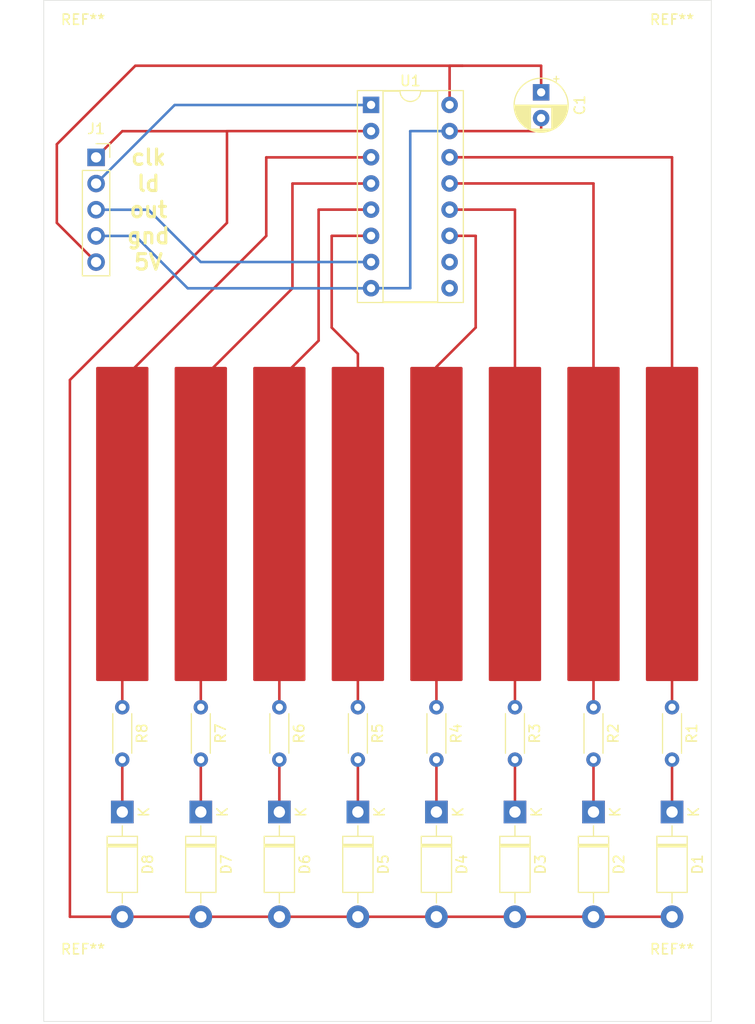
<source format=kicad_pcb>
(kicad_pcb (version 20211014) (generator pcbnew)
  (layers (0 "F.Cu" signal) (31 "B.Cu" signal) (34 "B.Paste" user) (35 "F.Paste" user) (36 "B.SilkS" user "B.Silkscreen") (37 "F.SilkS" user "F.Silkscreen") (38 "B.Mask" user) (39 "F.Mask" user) (44 "Edge.Cuts" user))
  (net 0 "")
  (net 1 "GND")
  (net 2 "Net-(D1-Pad1)")
  (net 3 "clk")
  (net 4 "ld")
  (net 5 "Net-(D2-Pad1)")
  (net 6 "Net-(D3-Pad1)")
  (net 7 "Net-(D4-Pad1)")
  (net 8 "Net-(D5-Pad1)")
  (net 9 "Net-(D6-Pad1)")
  (net 10 "Net-(D7-Pad1)")
  (net 12 "Net-(D8-Pad1)")
  (net 13 "out")
  (net 15 "VCC")
  (net 16 "p1")
  (net 17 "p2")
  (net 18 "p3")
  (net 19 "p4")
  (net 20 "p5")
  (net 21 "p6")
  (net 22 "p7")
  (net 23 "p8")
  (footprint "Connector_PinSocket_2.54mm:PinSocket_1x05_P2.54mm_Vertical" (layer "F.Cu") (at 116.84 39.37)
    (fp_text reference "J1" (at 0 -2.77) (layer "F.SilkS"))
    (fp_text value "Conn_01x05")
    (fp_line (start -1.33 11.49) (end 1.33 11.49) (layer "F.SilkS") (width 0.12))
    (fp_line (start 1.33 1.27) (end 1.33 11.49) (layer "F.SilkS") (width 0.12))
    (fp_line (start -1.33 1.27) (end 1.33 1.27) (layer "F.SilkS") (width 0.12))
    (fp_line (start -1.33 1.27) (end -1.33 11.49) (layer "F.SilkS") (width 0.12))
    (fp_line (start 1.33 -1.33) (end 1.33 0) (layer "F.SilkS") (width 0.12))
    (fp_line (start 0 -1.33) (end 1.33 -1.33) (layer "F.SilkS") (width 0.12))
    (pad "1" thru_hole rect (at 0 0) (size 1.7 1.7) (drill 1) (layers *.Cu *.Mask) (net 3 "clk"))
    (pad "2" thru_hole oval (at 0 2.54) (size 1.7 1.7) (drill 1) (layers *.Cu *.Mask) (net 4 "ld"))
    (pad "3" thru_hole oval (at 0 5.08) (size 1.7 1.7) (drill 1) (layers *.Cu *.Mask) (net 13 "out"))
    (pad "4" thru_hole oval (at 0 7.62) (size 1.7 1.7) (drill 1) (layers *.Cu *.Mask) (net 1 "GND"))
    (pad "5" thru_hole oval (at 0 10.16) (size 1.7 1.7) (drill 1) (layers *.Cu *.Mask) (net 15 "VCC"))
  )
  (footprint "MountingHole:MountingHole_2.1mm" (layer "F.Cu") (at 172.72 29.21)
    (fp_text reference "REF**" (at 0 -3.2) (layer "F.SilkS"))
    (fp_text value "MountingHole_2.1mm")
    (pad "" np_thru_hole circle (at 0 0) (size 2.1 2.1) (drill 2.1) (layers *.Cu *.Mask))
  )
  (footprint "Resistor_THT:R_Axial_DIN0204_L3.6mm_D1.6mm_P5.08mm_Horizontal" (layer "F.Cu") (at 149.86 92.71 -90)
    (fp_text reference "R4" (at 2.54 -1.92 90) (layer "F.SilkS"))
    (fp_text value "10Meg")
    (fp_line (start 0.62 0.92) (end 4.46 0.92) (layer "F.SilkS") (width 0.12))
    (fp_line (start 0.62 -0.92) (end 4.46 -0.92) (layer "F.SilkS") (width 0.12))
    (pad "1" thru_hole circle (at 0 0 270) (size 1.4 1.4) (drill 0.7) (layers *.Cu *.Mask) (net 19 "p4"))
    (pad "2" thru_hole oval (at 5.08 0 270) (size 1.4 1.4) (drill 0.7) (layers *.Cu *.Mask) (net 7 "Net-(D4-Pad1)"))
  )
  (footprint "MountingHole:MountingHole_2.1mm" (layer "F.Cu") (at 115.57 119.38)
    (fp_text reference "REF**" (at 0 -3.2) (layer "F.SilkS"))
    (fp_text value "MountingHole_2.1mm")
    (pad "" np_thru_hole circle (at 0 0) (size 2.1 2.1) (drill 2.1) (layers *.Cu *.Mask))
  )
  (footprint "Diode_THT:D_DO-41_SOD81_P10.16mm_Horizontal" (layer "F.Cu") (at 127 102.87 -90)
    (fp_text reference "D7" (at 5.08 -2.47 90) (layer "F.SilkS"))
    (fp_text value "1N4001")
    (fp_text user "K" (at 0 -2.1 90) (layer "F.SilkS"))
    (fp_line (start 3.38 -1.47) (end 3.38 1.47) (layer "F.SilkS") (width 0.12))
    (fp_line (start 2.36 1.47) (end 7.8 1.47) (layer "F.SilkS") (width 0.12))
    (fp_line (start 3.26 -1.47) (end 3.26 1.47) (layer "F.SilkS") (width 0.12))
    (fp_line (start 3.14 -1.47) (end 3.14 1.47) (layer "F.SilkS") (width 0.12))
    (fp_line (start 2.36 -1.47) (end 2.36 1.47) (layer "F.SilkS") (width 0.12))
    (fp_line (start 7.8 1.47) (end 7.8 -1.47) (layer "F.SilkS") (width 0.12))
    (fp_line (start 8.82 0) (end 7.8 0) (layer "F.SilkS") (width 0.12))
    (fp_line (start 7.8 -1.47) (end 2.36 -1.47) (layer "F.SilkS") (width 0.12))
    (fp_line (start 1.34 0) (end 2.36 0) (layer "F.SilkS") (width 0.12))
    (pad "1" thru_hole rect (at 0 0 270) (size 2.2 2.2) (drill 1.1) (layers *.Cu *.Mask) (net 10 "Net-(D7-Pad1)"))
    (pad "2" thru_hole oval (at 10.16 0 270) (size 2.2 2.2) (drill 1.1) (layers *.Cu *.Mask) (net 3 "clk"))
  )
  (footprint "Diode_THT:D_DO-41_SOD81_P10.16mm_Horizontal" (layer "F.Cu") (at 165.1 102.87 -90)
    (fp_text reference "D2" (at 5.08 -2.47 90) (layer "F.SilkS"))
    (fp_text value "1N4001")
    (fp_text user "K" (at 0 -2.1 90) (layer "F.SilkS"))
    (fp_line (start 3.14 -1.47) (end 3.14 1.47) (layer "F.SilkS") (width 0.12))
    (fp_line (start 2.36 -1.47) (end 2.36 1.47) (layer "F.SilkS") (width 0.12))
    (fp_line (start 7.8 1.47) (end 7.8 -1.47) (layer "F.SilkS") (width 0.12))
    (fp_line (start 7.8 -1.47) (end 2.36 -1.47) (layer "F.SilkS") (width 0.12))
    (fp_line (start 1.34 0) (end 2.36 0) (layer "F.SilkS") (width 0.12))
    (fp_line (start 3.38 -1.47) (end 3.38 1.47) (layer "F.SilkS") (width 0.12))
    (fp_line (start 8.82 0) (end 7.8 0) (layer "F.SilkS") (width 0.12))
    (fp_line (start 2.36 1.47) (end 7.8 1.47) (layer "F.SilkS") (width 0.12))
    (fp_line (start 3.26 -1.47) (end 3.26 1.47) (layer "F.SilkS") (width 0.12))
    (pad "1" thru_hole rect (at 0 0 270) (size 2.2 2.2) (drill 1.1) (layers *.Cu *.Mask) (net 5 "Net-(D2-Pad1)"))
    (pad "2" thru_hole oval (at 10.16 0 270) (size 2.2 2.2) (drill 1.1) (layers *.Cu *.Mask) (net 3 "clk"))
  )
  (footprint "Resistor_THT:R_Axial_DIN0204_L3.6mm_D1.6mm_P5.08mm_Horizontal" (layer "F.Cu") (at 172.72 92.71 -90)
    (fp_text reference "R1" (at 2.54 -1.92 90) (layer "F.SilkS"))
    (fp_text value "10Meg")
    (fp_line (start 0.62 0.92) (end 4.46 0.92) (layer "F.SilkS") (width 0.12))
    (fp_line (start 0.62 -0.92) (end 4.46 -0.92) (layer "F.SilkS") (width 0.12))
    (pad "1" thru_hole circle (at 0 0 270) (size 1.4 1.4) (drill 0.7) (layers *.Cu *.Mask) (net 16 "p1"))
    (pad "2" thru_hole oval (at 5.08 0 270) (size 1.4 1.4) (drill 0.7) (layers *.Cu *.Mask) (net 2 "Net-(D1-Pad1)"))
  )
  (footprint "Diode_THT:D_DO-41_SOD81_P10.16mm_Horizontal" (layer "F.Cu") (at 119.38 102.87 -90)
    (fp_text reference "D8" (at 5.08 -2.47 90) (layer "F.SilkS"))
    (fp_text value "1N4001")
    (fp_text user "K" (at 0 -2.1 90) (layer "F.SilkS"))
    (fp_line (start 7.8 1.47) (end 7.8 -1.47) (layer "F.SilkS") (width 0.12))
    (fp_line (start 3.14 -1.47) (end 3.14 1.47) (layer "F.SilkS") (width 0.12))
    (fp_line (start 8.82 0) (end 7.8 0) (layer "F.SilkS") (width 0.12))
    (fp_line (start 7.8 -1.47) (end 2.36 -1.47) (layer "F.SilkS") (width 0.12))
    (fp_line (start 2.36 1.47) (end 7.8 1.47) (layer "F.SilkS") (width 0.12))
    (fp_line (start 3.26 -1.47) (end 3.26 1.47) (layer "F.SilkS") (width 0.12))
    (fp_line (start 2.36 -1.47) (end 2.36 1.47) (layer "F.SilkS") (width 0.12))
    (fp_line (start 3.38 -1.47) (end 3.38 1.47) (layer "F.SilkS") (width 0.12))
    (fp_line (start 1.34 0) (end 2.36 0) (layer "F.SilkS") (width 0.12))
    (pad "1" thru_hole rect (at 0 0 270) (size 2.2 2.2) (drill 1.1) (layers *.Cu *.Mask) (net 12 "Net-(D8-Pad1)"))
    (pad "2" thru_hole oval (at 10.16 0 270) (size 2.2 2.2) (drill 1.1) (layers *.Cu *.Mask) (net 3 "clk"))
  )
  (footprint "Package_DIP:DIP-16_W7.62mm_Socket" (layer "F.Cu") (at 143.52 34.28)
    (fp_text reference "U1" (at 3.81 -2.33) (layer "F.SilkS"))
    (fp_text value "74HC165")
    (fp_line (start -1.33 -1.39) (end -1.33 19.17) (layer "F.SilkS") (width 0.12))
    (fp_line (start 8.95 19.17) (end 8.95 -1.39) (layer "F.SilkS") (width 0.12))
    (fp_line (start 1.16 -1.33) (end 1.16 19.11) (layer "F.SilkS") (width 0.12))
    (fp_line (start 6.46 -1.33) (end 4.81 -1.33) (layer "F.SilkS") (width 0.12))
    (fp_line (start 1.16 19.11) (end 6.46 19.11) (layer "F.SilkS") (width 0.12))
    (fp_line (start 2.81 -1.33) (end 1.16 -1.33) (layer "F.SilkS") (width 0.12))
    (fp_line (start 6.46 19.11) (end 6.46 -1.33) (layer "F.SilkS") (width 0.12))
    (fp_line (start -1.33 19.17) (end 8.95 19.17) (layer "F.SilkS") (width 0.12))
    (fp_line (start 8.95 -1.39) (end -1.33 -1.39) (layer "F.SilkS") (width 0.12))
    (fp_arc (start 4.81 -1.33) (mid 3.81 -0.33) (end 2.81 -1.33) (layer "F.SilkS") (width 0.12))
    (pad "1" thru_hole rect (at 0 0) (size 1.6 1.6) (drill 0.8) (layers *.Cu *.Mask) (net 4 "ld"))
    (pad "2" thru_hole oval (at 0 2.54) (size 1.6 1.6) (drill 0.8) (layers *.Cu *.Mask) (net 3 "clk"))
    (pad "3" thru_hole oval (at 0 5.08) (size 1.6 1.6) (drill 0.8) (layers *.Cu *.Mask) (net 23 "p8"))
    (pad "4" thru_hole oval (at 0 7.62) (size 1.6 1.6) (drill 0.8) (layers *.Cu *.Mask) (net 22 "p7"))
    (pad "5" thru_hole oval (at 0 10.16) (size 1.6 1.6) (drill 0.8) (layers *.Cu *.Mask) (net 21 "p6"))
    (pad "6" thru_hole oval (at 0 12.7) (size 1.6 1.6) (drill 0.8) (layers *.Cu *.Mask) (net 20 "p5"))
    (pad "7" thru_hole oval (at 0 15.24) (size 1.6 1.6) (drill 0.8) (layers *.Cu *.Mask) (net 13 "out"))
    (pad "8" thru_hole oval (at 0 17.78) (size 1.6 1.6) (drill 0.8) (layers *.Cu *.Mask) (net 1 "GND"))
    (pad "9" thru_hole oval (at 7.62 17.78) (size 1.6 1.6) (drill 0.8) (layers *.Cu *.Mask))
    (pad "10" thru_hole oval (at 7.62 15.24) (size 1.6 1.6) (drill 0.8) (layers *.Cu *.Mask))
    (pad "11" thru_hole oval (at 7.62 12.7) (size 1.6 1.6) (drill 0.8) (layers *.Cu *.Mask) (net 19 "p4"))
    (pad "12" thru_hole oval (at 7.62 10.16) (size 1.6 1.6) (drill 0.8) (layers *.Cu *.Mask) (net 18 "p3"))
    (pad "13" thru_hole oval (at 7.62 7.62) (size 1.6 1.6) (drill 0.8) (layers *.Cu *.Mask) (net 17 "p2"))
    (pad "14" thru_hole oval (at 7.62 5.08) (size 1.6 1.6) (drill 0.8) (layers *.Cu *.Mask) (net 16 "p1"))
    (pad "15" thru_hole oval (at 7.62 2.54) (size 1.6 1.6) (drill 0.8) (layers *.Cu *.Mask) (net 1 "GND"))
    (pad "16" thru_hole oval (at 7.62 0) (size 1.6 1.6) (drill 0.8) (layers *.Cu *.Mask) (net 15 "VCC"))
  )
  (footprint "Resistor_THT:R_Axial_DIN0204_L3.6mm_D1.6mm_P5.08mm_Horizontal" (layer "F.Cu") (at 165.1 92.71 -90)
    (fp_text reference "R2" (at 2.54 -1.92 90) (layer "F.SilkS"))
    (fp_text value "10Meg")
    (fp_line (start 0.62 -0.92) (end 4.46 -0.92) (layer "F.SilkS") (width 0.12))
    (fp_line (start 0.62 0.92) (end 4.46 0.92) (layer "F.SilkS") (width 0.12))
    (pad "1" thru_hole circle (at 0 0 270) (size 1.4 1.4) (drill 0.7) (layers *.Cu *.Mask) (net 17 "p2"))
    (pad "2" thru_hole oval (at 5.08 0 270) (size 1.4 1.4) (drill 0.7) (layers *.Cu *.Mask) (net 5 "Net-(D2-Pad1)"))
  )
  (footprint "Capacitor_THT:CP_Radial_D5.0mm_P2.50mm" (layer "F.Cu") (at 160.02 33.06 -90)
    (fp_text reference "C1" (at 1.25 -3.75 90) (layer "F.SilkS"))
    (fp_text value "C")
    (fp_line (start 1.69 1.04) (end 1.69 2.543) (layer "F.SilkS") (width 0.12))
    (fp_line (start 1.41 -2.576) (end 1.41 2.576) (layer "F.SilkS") (width 0.12))
    (fp_line (start 2.091 -2.442) (end 2.091 -1.04) (layer "F.SilkS") (width 0.12))
    (fp_line (start 1.85 -2.511) (end 1.85 -1.04) (layer "F.SilkS") (width 0.12))
    (fp_line (start 3.691 -0.915) (end 3.691 0.915) (layer "F.SilkS") (width 0.12))
    (fp_line (start 1.49 1.04) (end 1.49 2.569) (layer "F.SilkS") (width 0.12))
    (fp_line (start 3.451 1.04) (end 3.451 1.383) (layer "F.SilkS") (width 0.12))
    (fp_line (start 3.291 -1.605) (end 3.291 -1.04) (layer "F.SilkS") (width 0.12))
    (fp_line (start 1.93 -2.491) (end 1.93 -1.04) (layer "F.SilkS") (width 0.12))
    (fp_line (start 2.051 -2.455) (end 2.051 -1.04) (layer "F.SilkS") (width 0.12))
    (fp_line (start 1.77 1.04) (end 1.77 2.528) (layer "F.SilkS") (width 0.12))
    (fp_line (start 3.531 1.04) (end 3.531 1.251) (layer "F.SilkS") (width 0.12))
    (fp_line (start 2.651 -2.175) (end 2.651 -1.04) (layer "F.SilkS") (width 0.12))
    (fp_line (start 2.371 -2.329) (end 2.371 -1.04) (layer "F.SilkS") (width 0.12))
    (fp_line (start 3.371 1.04) (end 3.371 1.5) (layer "F.SilkS") (width 0.12))
    (fp_line (start 2.371 1.04) (end 2.371 2.329) (layer "F.SilkS") (width 0.12))
    (fp_line (start 2.931 -1.971) (end 2.931 -1.04) (layer "F.SilkS") (width 0.12))
    (fp_line (start 2.291 1.04) (end 2.291 2.365) (layer "F.SilkS") (width 0.12))
    (fp_line (start 3.731 -0.805) (end 3.731 0.805) (layer "F.SilkS") (width 0.12))
    (fp_line (start 3.491 1.04) (end 3.491 1.319) (layer "F.SilkS") (width 0.12))
    (fp_line (start 3.251 1.04) (end 3.251 1.653) (layer "F.SilkS") (width 0.12))
    (fp_line (start 2.731 1.04) (end 2.731 2.122) (layer "F.SilkS") (width 0.12))
    (fp_line (start 3.091 1.04) (end 3.091 1.826) (layer "F.SilkS") (width 0.12))
    (fp_line (start 3.491 -1.319) (end 3.491 -1.04) (layer "F.SilkS") (width 0.12))
    (fp_line (start 1.33 -2.579) (end 1.33 2.579) (layer "F.SilkS") (width 0.12))
    (fp_line (start 2.531 1.04) (end 2.531 2.247) (layer "F.SilkS") (width 0.12))
    (fp_line (start 2.691 -2.149) (end 2.691 -1.04) (layer "F.SilkS") (width 0.12))
    (fp_line (start 1.85 1.04) (end 1.85 2.511) (layer "F.SilkS") (width 0.12))
    (fp_line (start 3.411 -1.443) (end 3.411 -1.04) (layer "F.SilkS") (width 0.12))
    (fp_line (start 3.291 1.04) (end 3.291 1.605) (layer "F.SilkS") (width 0.12))
    (fp_line (start 2.851 1.04) (end 2.851 2.035) (layer "F.SilkS") (width 0.12))
    (fp_line (start 2.611 -2.2) (end 2.611 -1.04) (layer "F.SilkS") (width 0.12))
    (fp_line (start 3.651 -1.011) (end 3.651 1.011) (layer "F.SilkS") (width 0.12))
    (fp_line (start 2.291 -2.365) (end 2.291 -1.04) (layer "F.SilkS") (width 0.12))
    (fp_line (start 1.37 -2.578) (end 1.37 2.578) (layer "F.SilkS") (width 0.12))
    (fp_line (start 3.051 -1.864) (end 3.051 -1.04) (layer "F.SilkS") (width 0.12))
    (fp_line (start 2.411 1.04) (end 2.411 2.31) (layer "F.SilkS") (width 0.12))
    (fp_line (start 1.29 -2.58) (end 1.29 2.58) (layer "F.SilkS") (width 0.12))
    (fp_line (start 2.411 -2.31) (end 2.411 -1.04) (layer "F.SilkS") (width 0.12))
    (fp_line (start 2.051 1.04) (end 2.051 2.455) (layer "F.SilkS") (width 0.12))
    (fp_line (start 3.371 -1.5) (end 3.371 -1.04) (layer "F.SilkS") (width 0.12))
    (fp_line (start 2.931 1.04) (end 2.931 1.971) (layer "F.SilkS") (width 0.12))
    (fp_line (start 2.131 -2.428) (end 2.131 -1.04) (layer "F.SilkS") (width 0.12))
    (fp_line (start 1.53 -2.565) (end 1.53 -1.04) (layer "F.SilkS") (width 0.12))
    (fp_line (start 3.011 1.04) (end 3.011 1.901) (layer "F.SilkS") (width 0.12))
    (fp_line (start 3.251 -1.653) (end 3.251 -1.04) (layer "F.SilkS") (width 0.12))
    (fp_line (start 2.971 1.04) (end 2.971 1.937) (layer "F.SilkS") (width 0.12))
    (fp_line (start 2.571 1.04) (end 2.571 2.224) (layer "F.SilkS") (width 0.12))
    (fp_line (start 1.57 -2.561) (end 1.57 -1.04) (layer "F.SilkS") (width 0.12))
    (fp_line (start 2.171 -2.414) (end 2.171 -1.04) (layer "F.SilkS") (width 0.12))
    (fp_line (start 1.69 -2.543) (end 1.69 -1.04) (layer "F.SilkS") (width 0.12))
    (fp_line (start 3.851 -0.284) (end 3.851 0.284) (layer "F.SilkS") (width 0.12))
    (fp_line (start 2.531 -2.247) (end 2.531 -1.04) (layer "F.SilkS") (width 0.12))
    (fp_line (start 1.49 -2.569) (end 1.49 -1.04) (layer "F.SilkS") (width 0.12))
    (fp_line (start 2.331 -2.348) (end 2.331 -1.04) (layer "F.SilkS") (width 0.12))
    (fp_line (start 1.65 -2.55) (end 1.65 -1.04) (layer "F.SilkS") (width 0.12))
    (fp_line (start 2.731 -2.122) (end 2.731 -1.04) (layer "F.SilkS") (width 0.12))
    (fp_line (start -1.304775 -1.725) (end -1.304775 -1.225) (layer "F.SilkS") (width 0.12))
    (fp_line (start 2.171 1.04) (end 2.171 2.414) (layer "F.SilkS") (width 0.12))
    (fp_line (start 3.091 -1.826) (end 3.091 -1.04) (layer "F.SilkS") (width 0.12))
    (fp_line (start 2.451 1.04) (end 2.451 2.29) (layer "F.SilkS") (width 0.12))
    (fp_line (start 3.211 -1.699) (end 3.211 -1.04) (layer "F.SilkS") (width 0.12))
    (fp_line (start 1.25 -2.58) (end 1.25 2.58) (layer "F.SilkS") (width 0.12))
    (fp_line (start 1.971 -2.48) (end 1.971 -1.04) (layer "F.SilkS") (width 0.12))
    (fp_line (start 2.891 1.04) (end 2.891 2.004) (layer "F.SilkS") (width 0.12))
    (fp_line (start 3.171 -1.743) (end 3.171 -1.04) (layer "F.SilkS") (width 0.12))
    (fp_line (start 3.451 -1.383) (end 3.451 -1.04) (layer "F.SilkS") (width 0.12))
    (fp_line (start 3.331 1.04) (end 3.331 1.554) (layer "F.SilkS") (width 0.12))
    (fp_line (start 1.57 1.04) (end 1.57 2.561) (layer "F.SilkS") (width 0.12))
    (fp_line (start 3.331 -1.554) (end 3.331 -1.04) (layer "F.SilkS") (width 0.12))
    (fp_line (start 1.77 -2.528) (end 1.77 -1.04) (layer "F.SilkS") (width 0.12))
    (fp_line (start 3.051 1.04) (end 3.051 1.864) (layer "F.SilkS") (width 0.12))
    (fp_line (start 2.011 1.04) (end 2.011 2.468) (layer "F.SilkS") (width 0.12))
    (fp_line (start 3.611 -1.098) (end 3.611 1.098) (layer "F.SilkS") (width 0.12))
    (fp_line (start -1.554775 -1.475) (end -1.054775 -1.475) (layer "F.SilkS") (width 0.12))
    (fp_line (start 3.531 -1.251) (end 3.531 -1.04) (layer "F.SilkS") (width 0.12))
    (fp_line (start 2.811 -2.065) (end 2.811 -1.04) (layer "F.SilkS") (width 0.12))
    (fp_line (start 2.571 -2.224) (end 2.571 -1.04) (layer "F.SilkS") (width 0.12))
    (fp_line (start 2.691 1.04) (end 2.691 2.149) (layer "F.SilkS") (width 0.12))
    (fp_line (start 2.451 -2.29) (end 2.451 -1.04) (layer "F.SilkS") (width 0.12))
    (fp_line (start 3.011 -1.901) (end 3.011 -1.04) (layer "F.SilkS") (width 0.12))
    (fp_line (start 3.131 1.04) (end 3.131 1.785) (layer "F.SilkS") (width 0.12))
    (fp_line (start 3.771 -0.677) (end 3.771 0.677) (layer "F.SilkS") (width 0.12))
    (fp_line (start 2.651 1.04) (end 2.651 2.175) (layer "F.SilkS") (width 0.12))
    (fp_line (start 1.61 -2.556) (end 1.61 -1.04) (layer "F.SilkS") (width 0.12))
    (fp_line (start 2.211 -2.398) (end 2.211 -1.04) (layer "F.SilkS") (width 0.12))
    (fp_line (start 2.611 1.04) (end 2.611 2.2) (layer "F.SilkS") (width 0.12))
    (fp_line (start 3.571 -1.178) (end 3.571 1.178) (layer "F.SilkS") (width 0.12))
    (fp_line (start 1.73 1.04) (end 1.73 2.536) (layer "F.SilkS") (width 0.12))
    (fp_line (start 1.73 -2.536) (end 1.73 -1.04) (layer "F.SilkS") (width 0.12))
    (fp_line (start 3.411 1.04) (end 3.411 1.443) (layer "F.SilkS") (width 0.12))
    (fp_line (start 1.81 -2.52) (end 1.81 -1.04) (layer "F.SilkS") (width 0.12))
    (fp_line (start 2.771 -2.095) (end 2.771 -1.04) (layer "F.SilkS") (width 0.12))
    (fp_line (start 3.811 -0.518) (end 3.811 0.518) (layer "F.SilkS") (width 0.12))
    (fp_line (start 1.45 -2.573) (end 1.45 2.573) (layer "F.SilkS") (width 0.12))
    (fp_line (start 2.491 -2.268) (end 2.491 -1.04) (layer "F.SilkS") (width 0.12))
    (fp_line (start 2.251 -2.382) (end 2.251 -1.04) (layer "F.SilkS") (width 0.12))
    (fp_line (start 2.491 1.04) (end 2.491 2.268) (layer "F.SilkS") (width 0.12))
    (fp_line (start 3.171 1.04) (end 3.171 1.743) (layer "F.SilkS") (width 0.12))
    (fp_line (start 3.131 -1.785) (end 3.131 -1.04) (layer "F.SilkS") (width 0.12))
    (fp_line (start 2.811 1.04) (end 2.811 2.065) (layer "F.SilkS") (width 0.12))
    (fp_line (start 3.211 1.04) (end 3.211 1.699) (layer "F.SilkS") (width 0.12))
    (fp_line (start 1.61 1.04) (end 1.61 2.556) (layer "F.SilkS") (width 0.12))
    (fp_line (start 2.251 1.04) (end 2.251 2.382) (layer "F.SilkS") (width 0.12))
    (fp_line (start 1.971 1.04) (end 1.971 2.48) (layer "F.SilkS") (width 0.12))
    (fp_line (start 2.331 1.04) (end 2.331 2.348) (layer "F.SilkS") (width 0.12))
    (fp_line (start 2.091 1.04) (end 2.091 2.442) (layer "F.SilkS") (width 0.12))
    (fp_line (start 2.131 1.04) (end 2.131 2.428) (layer "F.SilkS") (width 0.12))
    (fp_line (start 1.65 1.04) (end 1.65 2.55) (layer "F.SilkS") (width 0.12))
    (fp_line (start 1.89 1.04) (end 1.89 2.501) (layer "F.SilkS") (width 0.12))
    (fp_line (start 2.011 -2.468) (end 2.011 -1.04) (layer "F.SilkS") (width 0.12))
    (fp_line (start 2.891 -2.004) (end 2.891 -1.04) (layer "F.SilkS") (width 0.12))
    (fp_line (start 1.93 1.04) (end 1.93 2.491) (layer "F.SilkS") (width 0.12))
    (fp_line (start 2.771 1.04) (end 2.771 2.095) (layer "F.SilkS") (width 0.12))
    (fp_line (start 2.971 -1.937) (end 2.971 -1.04) (layer "F.SilkS") (width 0.12))
    (fp_line (start 2.851 -2.035) (end 2.851 -1.04) (layer "F.SilkS") (width 0.12))
    (fp_line (start 2.211 1.04) (end 2.211 2.398) (layer "F.SilkS") (width 0.12))
    (fp_line (start 1.81 1.04) (end 1.81 2.52) (layer "F.SilkS") (width 0.12))
    (fp_line (start 1.53 1.04) (end 1.53 2.565) (layer "F.SilkS") (width 0.12))
    (fp_line (start 1.89 -2.501) (end 1.89 -1.04) (layer "F.SilkS") (width 0.12))
    (fp_circle (center 1.25 0) (end 3.87 0) (layer "F.SilkS") (width 0.12) (fill none))
    (pad "1" thru_hole rect (at 0 0 270) (size 1.6 1.6) (drill 0.8) (layers *.Cu *.Mask) (net 15 "VCC"))
    (pad "2" thru_hole circle (at 2.5 0 270) (size 1.6 1.6) (drill 0.8) (layers *.Cu *.Mask) (net 1 "GND"))
  )
  (footprint "Resistor_THT:R_Axial_DIN0204_L3.6mm_D1.6mm_P5.08mm_Horizontal" (layer "F.Cu") (at 134.62 92.71 -90)
    (fp_text reference "R6" (at 2.54 -1.92 90) (layer "F.SilkS"))
    (fp_text value "10Meg")
    (fp_line (start 0.62 -0.92) (end 4.46 -0.92) (layer "F.SilkS") (width 0.12))
    (fp_line (start 0.62 0.92) (end 4.46 0.92) (layer "F.SilkS") (width 0.12))
    (pad "1" thru_hole circle (at 0 0 270) (size 1.4 1.4) (drill 0.7) (layers *.Cu *.Mask) (net 21 "p6"))
    (pad "2" thru_hole oval (at 5.08 0 270) (size 1.4 1.4) (drill 0.7) (layers *.Cu *.Mask) (net 9 "Net-(D6-Pad1)"))
  )
  (footprint "Diode_THT:D_DO-41_SOD81_P10.16mm_Horizontal" (layer "F.Cu") (at 157.48 102.87 -90)
    (fp_text reference "D3" (at 5.08 -2.47 90) (layer "F.SilkS"))
    (fp_text value "1N4001")
    (fp_text user "K" (at 0 -2.1 90) (layer "F.SilkS"))
    (fp_line (start 7.8 -1.47) (end 2.36 -1.47) (layer "F.SilkS") (width 0.12))
    (fp_line (start 3.38 -1.47) (end 3.38 1.47) (layer "F.SilkS") (width 0.12))
    (fp_line (start 8.82 0) (end 7.8 0) (layer "F.SilkS") (width 0.12))
    (fp_line (start 1.34 0) (end 2.36 0) (layer "F.SilkS") (width 0.12))
    (fp_line (start 7.8 1.47) (end 7.8 -1.47) (layer "F.SilkS") (width 0.12))
    (fp_line (start 3.14 -1.47) (end 3.14 1.47) (layer "F.SilkS") (width 0.12))
    (fp_line (start 3.26 -1.47) (end 3.26 1.47) (layer "F.SilkS") (width 0.12))
    (fp_line (start 2.36 -1.47) (end 2.36 1.47) (layer "F.SilkS") (width 0.12))
    (fp_line (start 2.36 1.47) (end 7.8 1.47) (layer "F.SilkS") (width 0.12))
    (pad "1" thru_hole rect (at 0 0 270) (size 2.2 2.2) (drill 1.1) (layers *.Cu *.Mask) (net 6 "Net-(D3-Pad1)"))
    (pad "2" thru_hole oval (at 10.16 0 270) (size 2.2 2.2) (drill 1.1) (layers *.Cu *.Mask) (net 3 "clk"))
  )
  (footprint "Diode_THT:D_DO-41_SOD81_P10.16mm_Horizontal" (layer "F.Cu") (at 142.24 102.87 -90)
    (fp_text reference "D5" (at 5.08 -2.47 90) (layer "F.SilkS"))
    (fp_text value "1N4001")
    (fp_text user "K" (at 0 -2.1 90) (layer "F.SilkS"))
    (fp_line (start 8.82 0) (end 7.8 0) (layer "F.SilkS") (width 0.12))
    (fp_line (start 3.14 -1.47) (end 3.14 1.47) (layer "F.SilkS") (width 0.12))
    (fp_line (start 7.8 -1.47) (end 2.36 -1.47) (layer "F.SilkS") (width 0.12))
    (fp_line (start 3.38 -1.47) (end 3.38 1.47) (layer "F.SilkS") (width 0.12))
    (fp_line (start 7.8 1.47) (end 7.8 -1.47) (layer "F.SilkS") (width 0.12))
    (fp_line (start 2.36 1.47) (end 7.8 1.47) (layer "F.SilkS") (width 0.12))
    (fp_line (start 2.36 -1.47) (end 2.36 1.47) (layer "F.SilkS") (width 0.12))
    (fp_line (start 3.26 -1.47) (end 3.26 1.47) (layer "F.SilkS") (width 0.12))
    (fp_line (start 1.34 0) (end 2.36 0) (layer "F.SilkS") (width 0.12))
    (pad "1" thru_hole rect (at 0 0 270) (size 2.2 2.2) (drill 1.1) (layers *.Cu *.Mask) (net 8 "Net-(D5-Pad1)"))
    (pad "2" thru_hole oval (at 10.16 0 270) (size 2.2 2.2) (drill 1.1) (layers *.Cu *.Mask) (net 3 "clk"))
  )
  (footprint "Resistor_THT:R_Axial_DIN0204_L3.6mm_D1.6mm_P5.08mm_Horizontal" (layer "F.Cu") (at 142.24 92.71 -90)
    (fp_text reference "R5" (at 2.54 -1.92 90) (layer "F.SilkS"))
    (fp_text value "10Meg")
    (fp_line (start 0.62 -0.92) (end 4.46 -0.92) (layer "F.SilkS") (width 0.12))
    (fp_line (start 0.62 0.92) (end 4.46 0.92) (layer "F.SilkS") (width 0.12))
    (pad "1" thru_hole circle (at 0 0 270) (size 1.4 1.4) (drill 0.7) (layers *.Cu *.Mask) (net 20 "p5"))
    (pad "2" thru_hole oval (at 5.08 0 270) (size 1.4 1.4) (drill 0.7) (layers *.Cu *.Mask) (net 8 "Net-(D5-Pad1)"))
  )
  (footprint "Diode_THT:D_DO-41_SOD81_P10.16mm_Horizontal" (layer "F.Cu") (at 172.72 102.87 -90)
    (fp_text reference "D1" (at 5.08 -2.47 90) (layer "F.SilkS"))
    (fp_text value "1N4001")
    (fp_text user "K" (at 0 -2.1 90) (layer "F.SilkS"))
    (fp_line (start 2.36 1.47) (end 7.8 1.47) (layer "F.SilkS") (width 0.12))
    (fp_line (start 1.34 0) (end 2.36 0) (layer "F.SilkS") (width 0.12))
    (fp_line (start 8.82 0) (end 7.8 0) (layer "F.SilkS") (width 0.12))
    (fp_line (start 3.14 -1.47) (end 3.14 1.47) (layer "F.SilkS") (width 0.12))
    (fp_line (start 3.26 -1.47) (end 3.26 1.47) (layer "F.SilkS") (width 0.12))
    (fp_line (start 7.8 -1.47) (end 2.36 -1.47) (layer "F.SilkS") (width 0.12))
    (fp_line (start 3.38 -1.47) (end 3.38 1.47) (layer "F.SilkS") (width 0.12))
    (fp_line (start 7.8 1.47) (end 7.8 -1.47) (layer "F.SilkS") (width 0.12))
    (fp_line (start 2.36 -1.47) (end 2.36 1.47) (layer "F.SilkS") (width 0.12))
    (pad "1" thru_hole rect (at 0 0 270) (size 2.2 2.2) (drill 1.1) (layers *.Cu *.Mask) (net 2 "Net-(D1-Pad1)"))
    (pad "2" thru_hole oval (at 10.16 0 270) (size 2.2 2.2) (drill 1.1) (layers *.Cu *.Mask) (net 3 "clk"))
  )
  (footprint "Resistor_THT:R_Axial_DIN0204_L3.6mm_D1.6mm_P5.08mm_Horizontal" (layer "F.Cu") (at 119.38 92.71 -90)
    (fp_text reference "R8" (at 2.54 -1.92 90) (layer "F.SilkS"))
    (fp_text value "10Meg")
    (fp_line (start 0.62 -0.92) (end 4.46 -0.92) (layer "F.SilkS") (width 0.12))
    (fp_line (start 0.62 0.92) (end 4.46 0.92) (layer "F.SilkS") (width 0.12))
    (pad "1" thru_hole circle (at 0 0 270) (size 1.4 1.4) (drill 0.7) (layers *.Cu *.Mask) (net 23 "p8"))
    (pad "2" thru_hole oval (at 5.08 0 270) (size 1.4 1.4) (drill 0.7) (layers *.Cu *.Mask) (net 12 "Net-(D8-Pad1)"))
  )
  (footprint "Resistor_THT:R_Axial_DIN0204_L3.6mm_D1.6mm_P5.08mm_Horizontal" (layer "F.Cu") (at 157.48 92.71 -90)
    (fp_text reference "R3" (at 2.54 -1.92 90) (layer "F.SilkS"))
    (fp_text value "10Meg")
    (fp_line (start 0.62 -0.92) (end 4.46 -0.92) (layer "F.SilkS") (width 0.12))
    (fp_line (start 0.62 0.92) (end 4.46 0.92) (layer "F.SilkS") (width 0.12))
    (pad "1" thru_hole circle (at 0 0 270) (size 1.4 1.4) (drill 0.7) (layers *.Cu *.Mask) (net 18 "p3"))
    (pad "2" thru_hole oval (at 5.08 0 270) (size 1.4 1.4) (drill 0.7) (layers *.Cu *.Mask) (net 6 "Net-(D3-Pad1)"))
  )
  (footprint "Resistor_THT:R_Axial_DIN0204_L3.6mm_D1.6mm_P5.08mm_Horizontal" (layer "F.Cu") (at 127 92.71 -90)
    (fp_text reference "R7" (at 2.54 -1.92 90) (layer "F.SilkS"))
    (fp_text value "10Meg")
    (fp_line (start 0.62 -0.92) (end 4.46 -0.92) (layer "F.SilkS") (width 0.12))
    (fp_line (start 0.62 0.92) (end 4.46 0.92) (layer "F.SilkS") (width 0.12))
    (pad "1" thru_hole circle (at 0 0 270) (size 1.4 1.4) (drill 0.7) (layers *.Cu *.Mask) (net 22 "p7"))
    (pad "2" thru_hole oval (at 5.08 0 270) (size 1.4 1.4) (drill 0.7) (layers *.Cu *.Mask) (net 10 "Net-(D7-Pad1)"))
  )
  (footprint "MountingHole:MountingHole_2.1mm" (layer "F.Cu") (at 172.72 119.38)
    (fp_text reference "REF**" (at 0 -3.2) (layer "F.SilkS"))
    (fp_text value "MountingHole_2.1mm")
    (pad "" np_thru_hole circle (at 0 0) (size 2.1 2.1) (drill 2.1) (layers *.Cu *.Mask))
  )
  (footprint "MountingHole:MountingHole_2.1mm" (layer "F.Cu") (at 115.57 29.21)
    (fp_text reference "REF**" (at 0 -3.2) (layer "F.SilkS"))
    (fp_text value "MountingHole_2.1mm")
    (pad "" np_thru_hole circle (at 0 0) (size 2.1 2.1) (drill 2.1) (layers *.Cu *.Mask))
  )
  (footprint "Diode_THT:D_DO-41_SOD81_P10.16mm_Horizontal" (layer "F.Cu") (at 134.62 102.87 -90)
    (fp_text reference "D6" (at 5.08 -2.47 90) (layer "F.SilkS"))
    (fp_text value "1N4001")
    (fp_text user "K" (at 0 -2.1 90) (layer "F.SilkS"))
    (fp_line (start 2.36 -1.47) (end 2.36 1.47) (layer "F.SilkS") (width 0.12))
    (fp_line (start 7.8 1.47) (end 7.8 -1.47) (layer "F.SilkS") (width 0.12))
    (fp_line (start 1.34 0) (end 2.36 0) (layer "F.SilkS") (width 0.12))
    (fp_line (start 3.14 -1.47) (end 3.14 1.47) (layer "F.SilkS") (width 0.12))
    (fp_line (start 8.82 0) (end 7.8 0) (layer "F.SilkS") (width 0.12))
    (fp_line (start 3.38 -1.47) (end 3.38 1.47) (layer "F.SilkS") (width 0.12))
    (fp_line (start 7.8 -1.47) (end 2.36 -1.47) (layer "F.SilkS") (width 0.12))
    (fp_line (start 3.26 -1.47) (end 3.26 1.47) (layer "F.SilkS") (width 0.12))
    (fp_line (start 2.36 1.47) (end 7.8 1.47) (layer "F.SilkS") (width 0.12))
    (pad "1" thru_hole rect (at 0 0 270) (size 2.2 2.2) (drill 1.1) (layers *.Cu *.Mask) (net 9 "Net-(D6-Pad1)"))
    (pad "2" thru_hole oval (at 10.16 0 270) (size 2.2 2.2) (drill 1.1) (layers *.Cu *.Mask) (net 3 "clk"))
  )
  (footprint "Diode_THT:D_DO-41_SOD81_P10.16mm_Horizontal" (layer "F.Cu") (at 149.86 102.87 -90)
    (fp_text reference "D4" (at 5.08 -2.47 90) (layer "F.SilkS"))
    (fp_text value "1N4001")
    (fp_text user "K" (at 0 -2.1 90) (layer "F.SilkS"))
    (fp_line (start 3.26 -1.47) (end 3.26 1.47) (layer "F.SilkS") (width 0.12))
    (fp_line (start 2.36 1.47) (end 7.8 1.47) (layer "F.SilkS") (width 0.12))
    (fp_line (start 8.82 0) (end 7.8 0) (layer "F.SilkS") (width 0.12))
    (fp_line (start 1.34 0) (end 2.36 0) (layer "F.SilkS") (width 0.12))
    (fp_line (start 3.38 -1.47) (end 3.38 1.47) (layer "F.SilkS") (width 0.12))
    (fp_line (start 7.8 -1.47) (end 2.36 -1.47) (layer "F.SilkS") (width 0.12))
    (fp_line (start 7.8 1.47) (end 7.8 -1.47) (layer "F.SilkS") (width 0.12))
    (fp_line (start 3.14 -1.47) (end 3.14 1.47) (layer "F.SilkS") (width 0.12))
    (fp_line (start 2.36 -1.47) (end 2.36 1.47) (layer "F.SilkS") (width 0.12))
    (pad "1" thru_hole rect (at 0 0 270) (size 2.2 2.2) (drill 1.1) (layers *.Cu *.Mask) (net 7 "Net-(D4-Pad1)"))
    (pad "2" thru_hole oval (at 10.16 0 270) (size 2.2 2.2) (drill 1.1) (layers *.Cu *.Mask) (net 3 "clk"))
  )
  (gr_rect (start 176.53 24.13) (end 111.76 123.19) (layer "Edge.Cuts") (width 0.05) (fill none))
  (gr_text "gnd" (at 121.92 46.99) (layer "F.SilkS") (effects (font (size 1.5 1.5) (thickness 0.3))))
  (gr_text "5V" (at 121.92 49.53) (layer "F.SilkS") (effects (font (size 1.5 1.5) (thickness 0.3))))
  (gr_text "clk" (at 121.92 39.37) (layer "F.SilkS") (effects (font (size 1.5 1.5) (thickness 0.3))))
  (gr_text "out" (at 121.92 44.45) (layer "F.SilkS") (effects (font (size 1.5 1.5) (thickness 0.3))))
  (gr_text "ld" (at 121.92 41.91) (layer "F.SilkS") (effects (font (size 1.5 1.5) (thickness 0.3))))
  (segment (start 160.02 36.82) (end 151.14 36.82) (width 0.25) (layer "F.Cu") (net 1))
  (segment (start 160.02 35.56) (end 160.02 36.82) (width 0.25) (layer "F.Cu") (net 1))
  (segment (start 143.52 52.06) (end 143.51 52.07) (width 0.25) (layer "B.Cu") (net 1))
  (segment (start 143.52 52.06) (end 147.32 52.06) (width 0.25) (layer "B.Cu") (net 1))
  (segment (start 147.32 52.06) (end 147.32 36.83) (width 0.25) (layer "B.Cu") (net 1))
  (segment (start 143.51 52.07) (end 125.73 52.07) (width 0.25) (layer "B.Cu") (net 1))
  (segment (start 125.73 52.07) (end 120.65 46.99) (width 0.25) (layer "B.Cu") (net 1))
  (segment (start 147.32 36.83) (end 147.33 36.82) (width 0.25) (layer "B.Cu") (net 1))
  (segment (start 120.65 46.99) (end 116.84 46.99) (width 0.25) (layer "B.Cu") (net 1))
  (segment (start 147.33 36.82) (end 151.14 36.82) (width 0.25) (layer "B.Cu") (net 1))
  (segment (start 172.72 102.87) (end 172.72 97.79) (width 0.25) (layer "F.Cu") (net 2))
  (segment (start 127 113.03) (end 134.62 113.03) (width 0.25) (layer "F.Cu") (net 3))
  (segment (start 114.3 113.03) (end 119.38 113.03) (width 0.25) (layer "F.Cu") (net 3))
  (segment (start 129.54 45.72) (end 114.3 60.96) (width 0.25) (layer "F.Cu") (net 3))
  (segment (start 114.3 60.96) (end 114.3 113.03) (width 0.25) (layer "F.Cu") (net 3))
  (segment (start 119.38 36.83) (end 129.54 36.83) (width 0.25) (layer "F.Cu") (net 3))
  (segment (start 129.55 36.82) (end 129.54 36.83) (width 0.25) (layer "F.Cu") (net 3))
  (segment (start 142.24 113.03) (end 149.86 113.03) (width 0.25) (layer "F.Cu") (net 3))
  (segment (start 119.38 113.03) (end 127 113.03) (width 0.25) (layer "F.Cu") (net 3))
  (segment (start 149.86 113.03) (end 157.48 113.03) (width 0.25) (layer "F.Cu") (net 3))
  (segment (start 165.1 113.03) (end 172.72 113.03) (width 0.25) (layer "F.Cu") (net 3))
  (segment (start 129.54 36.83) (end 129.54 45.72) (width 0.25) (layer "F.Cu") (net 3))
  (segment (start 157.48 113.03) (end 165.1 113.03) (width 0.25) (layer "F.Cu") (net 3))
  (segment (start 143.52 36.82) (end 129.55 36.82) (width 0.25) (layer "F.Cu") (net 3))
  (segment (start 134.62 113.03) (end 142.24 113.03) (width 0.25) (layer "F.Cu") (net 3))
  (segment (start 116.84 39.37) (end 119.38 36.83) (width 0.25) (layer "F.Cu") (net 3))
  (segment (start 124.46 34.29) (end 116.84 41.91) (width 0.25) (layer "B.Cu") (net 4))
  (segment (start 143.52 34.28) (end 143.51 34.29) (width 0.25) (layer "B.Cu") (net 4))
  (segment (start 143.51 34.29) (end 124.46 34.29) (width 0.25) (layer "B.Cu") (net 4))
  (segment (start 165.1 97.79) (end 165.1 102.87) (width 0.25) (layer "F.Cu") (net 5))
  (segment (start 157.48 102.87) (end 157.48 97.79) (width 0.25) (layer "F.Cu") (net 6))
  (segment (start 149.86 102.87) (end 149.86 97.79) (width 0.25) (layer "F.Cu") (net 7))
  (segment (start 142.24 97.79) (end 142.24 102.87) (width 0.25) (layer "F.Cu") (net 8))
  (segment (start 134.62 97.79) (end 134.62 102.87) (width 0.25) (layer "F.Cu") (net 9))
  (segment (start 127 102.87) (end 127 97.79) (width 0.25) (layer "F.Cu") (net 10))
  (segment (start 119.38 97.79) (end 119.38 102.87) (width 0.25) (layer "F.Cu") (net 12))
  (segment (start 126.99 49.52) (end 121.92 44.45) (width 0.25) (layer "B.Cu") (net 13))
  (segment (start 121.92 44.45) (end 116.84 44.45) (width 0.25) (layer "B.Cu") (net 13))
  (segment (start 143.52 49.52) (end 126.99 49.52) (width 0.25) (layer "B.Cu") (net 13))
  (segment (start 113.03 38.1) (end 120.65 30.48) (width 0.25) (layer "F.Cu") (net 15))
  (segment (start 116.84 49.53) (end 113.03 45.72) (width 0.25) (layer "F.Cu") (net 15))
  (segment (start 120.65 30.48) (end 152.4 30.48) (width 0.25) (layer "F.Cu") (net 15))
  (segment (start 160.02 30.48) (end 160.02 33.06) (width 0.25) (layer "F.Cu") (net 15))
  (segment (start 151.14 30.48) (end 152.4 30.48) (width 0.25) (layer "F.Cu") (net 15))
  (segment (start 152.4 30.48) (end 160.02 30.48) (width 0.25) (layer "F.Cu") (net 15))
  (segment (start 113.03 45.72) (end 113.03 38.1) (width 0.25) (layer "F.Cu") (net 15))
  (segment (start 151.14 34.28) (end 151.14 30.48) (width 0.25) (layer "F.Cu") (net 15))
  (segment (start 172.72 92.71) (end 172.72 88.9) (width 0.25) (layer "F.Cu") (net 16))
  (segment (start 151.14 39.36) (end 172.72 39.36) (width 0.25) (layer "F.Cu") (net 16))
  (segment (start 172.72 39.36) (end 172.72 60.96) (width 0.25) (layer "F.Cu") (net 16))
  (segment (start 165.1 41.9) (end 151.14 41.9) (width 0.25) (layer "F.Cu") (net 17))
  (segment (start 165.1 60.96) (end 165.1 41.9) (width 0.25) (layer "F.Cu") (net 17))
  (segment (start 165.1 92.71) (end 165.1 88.9) (width 0.25) (layer "F.Cu") (net 17))
  (segment (start 157.48 44.45) (end 157.47 44.44) (width 0.25) (layer "F.Cu") (net 18))
  (segment (start 157.48 88.9) (end 157.48 92.71) (width 0.25) (layer "F.Cu") (net 18))
  (segment (start 157.47 44.44) (end 151.14 44.44) (width 0.25) (layer "F.Cu") (net 18))
  (segment (start 157.48 60.96) (end 157.48 44.45) (width 0.25) (layer "F.Cu") (net 18))
  (segment (start 153.67 46.99) (end 153.67 55.88) (width 0.25) (layer "F.Cu") (net 19))
  (segment (start 149.86 88.9) (end 149.86 92.71) (width 0.25) (layer "F.Cu") (net 19))
  (segment (start 153.67 55.88) (end 149.86 59.69) (width 0.25) (layer "F.Cu") (net 19))
  (segment (start 151.14 46.98) (end 153.66 46.98) (width 0.25) (layer "F.Cu") (net 19))
  (segment (start 153.66 46.98) (end 153.67 46.99) (width 0.25) (layer "F.Cu") (net 19))
  (segment (start 149.86 59.69) (end 149.86 60.96) (width 0.25) (layer "F.Cu") (net 19))
  (segment (start 139.71 46.98) (end 139.7 46.99) (width 0.25) (layer "F.Cu") (net 20))
  (segment (start 142.24 58.42) (end 142.24 60.96) (width 0.25) (layer "F.Cu") (net 20))
  (segment (start 143.52 46.98) (end 139.71 46.98) (width 0.25) (layer "F.Cu") (net 20))
  (segment (start 142.24 88.9) (end 142.24 92.71) (width 0.25) (layer "F.Cu") (net 20))
  (segment (start 139.7 46.99) (end 139.7 55.88) (width 0.25) (layer "F.Cu") (net 20))
  (segment (start 139.7 55.88) (end 142.24 58.42) (width 0.25) (layer "F.Cu") (net 20))
  (segment (start 134.62 88.9) (end 134.62 92.71) (width 0.25) (layer "F.Cu") (net 21))
  (segment (start 138.43 57.15) (end 138.43 44.44) (width 0.25) (layer "F.Cu") (net 21))
  (segment (start 134.62 60.96) (end 138.43 57.15) (width 0.25) (layer "F.Cu") (net 21))
  (segment (start 138.43 44.44) (end 143.52 44.44) (width 0.25) (layer "F.Cu") (net 21))
  (segment (start 127 88.9) (end 127 92.71) (width 0.25) (layer "F.Cu") (net 22))
  (segment (start 135.89 41.91) (end 135.89 52.07) (width 0.25) (layer "F.Cu") (net 22))
  (segment (start 143.51 41.91) (end 135.89 41.91) (width 0.25) (layer "F.Cu") (net 22))
  (segment (start 143.52 41.9) (end 143.51 41.91) (width 0.25) (layer "F.Cu") (net 22))
  (segment (start 135.89 52.07) (end 127 60.96) (width 0.25) (layer "F.Cu") (net 22))
  (segment (start 119.38 60.96) (end 133.35 46.99) (width 0.25) (layer "F.Cu") (net 23))
  (segment (start 133.35 46.99) (end 133.35 39.37) (width 0.25) (layer "F.Cu") (net 23))
  (segment (start 143.51 39.37) (end 143.52 39.36) (width 0.25) (layer "F.Cu") (net 23))
  (segment (start 119.38 88.9) (end 119.38 92.71) (width 0.25) (layer "F.Cu") (net 23))
  (segment (start 133.35 39.37) (end 143.51 39.37) (width 0.25) (layer "F.Cu") (net 23))
  (zone (net 20) (net_name "p5") (layer "F.Cu") (connect_pads yes (clearance 0.508)) (min_thickness 0.254) (fill yes (thermal_gap 0.508) (thermal_bridge_width 0.508))
    (polygon (pts (xy 144.78 90.17) (xy 139.7 90.17) (xy 139.7 59.69) (xy 144.78 59.69)))
  )
  (zone (net 17) (net_name "p2") (layer "F.Cu") (connect_pads yes (clearance 0.508)) (min_thickness 0.254) (fill yes (thermal_gap 0.508) (thermal_bridge_width 0.508))
    (polygon (pts (xy 167.64 90.17) (xy 162.56 90.17) (xy 162.56 59.69) (xy 167.64 59.69)))
  )
  (zone (net 21) (net_name "p6") (layer "F.Cu") (connect_pads yes (clearance 0.508)) (min_thickness 0.254) (fill yes (thermal_gap 0.508) (thermal_bridge_width 0.508))
    (polygon (pts (xy 137.16 90.17) (xy 132.08 90.17) (xy 132.08 59.69) (xy 137.16 59.69)))
  )
  (zone (net 18) (net_name "p3") (layer "F.Cu") (connect_pads yes (clearance 0.508)) (min_thickness 0.254) (fill yes (thermal_gap 0.508) (thermal_bridge_width 0.508))
    (polygon (pts (xy 160.02 90.17) (xy 154.94 90.17) (xy 154.94 59.69) (xy 160.02 59.69)))
  )
  (zone (net 19) (net_name "p4") (layer "F.Cu") (connect_pads yes (clearance 0.508)) (min_thickness 0.254) (fill yes (thermal_gap 0.508) (thermal_bridge_width 0.508))
    (polygon (pts (xy 152.4 90.17) (xy 147.32 90.17) (xy 147.32 59.69) (xy 152.4 59.69)))
  )
  (zone (net 16) (net_name "p1") (layer "F.Cu") (connect_pads yes (clearance 0.508)) (min_thickness 0.254) (fill yes (thermal_gap 0.508) (thermal_bridge_width 0.508))
    (polygon (pts (xy 175.26 90.17) (xy 170.18 90.17) (xy 170.18 59.69) (xy 175.26 59.69)))
  )
  (zone (net 22) (net_name "p7") (layer "F.Cu") (connect_pads yes (clearance 0.508)) (min_thickness 0.254) (fill yes (thermal_gap 0.508) (thermal_bridge_width 0.508))
    (polygon (pts (xy 129.54 90.17) (xy 124.46 90.17) (xy 124.46 59.69) (xy 129.54 59.69)))
  )
  (zone (net 23) (net_name "p8") (layer "F.Cu") (connect_pads yes (clearance 0.508)) (min_thickness 0.254) (fill yes (thermal_gap 0.508) (thermal_bridge_width 0.508))
    (polygon (pts (xy 121.92 90.17) (xy 116.84 90.17) (xy 116.84 59.69) (xy 121.92 59.69)))
  )
)
</source>
